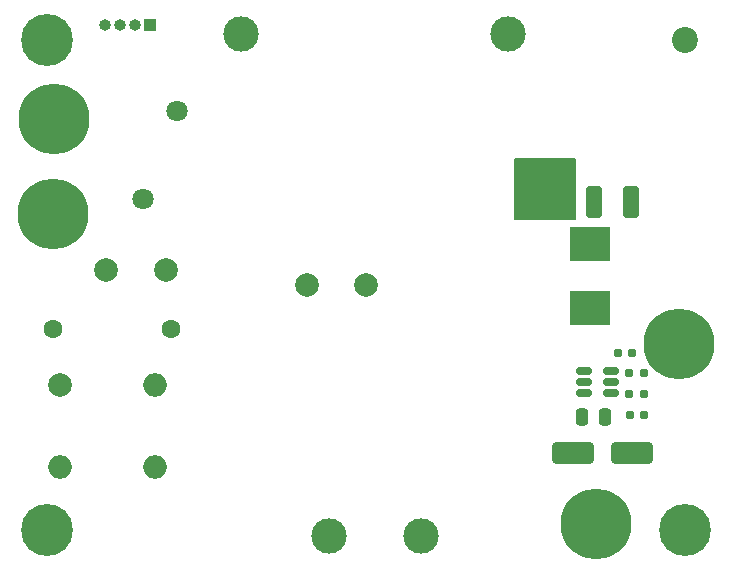
<source format=gbr>
%TF.GenerationSoftware,KiCad,Pcbnew,7.0.6*%
%TF.CreationDate,2023-10-13T10:01:51+08:00*%
%TF.ProjectId,86_BOX_PANEL,38365f42-4f58-45f5-9041-4e454c2e6b69,rev?*%
%TF.SameCoordinates,Original*%
%TF.FileFunction,Soldermask,Top*%
%TF.FilePolarity,Negative*%
%FSLAX46Y46*%
G04 Gerber Fmt 4.6, Leading zero omitted, Abs format (unit mm)*
G04 Created by KiCad (PCBNEW 7.0.6) date 2023-10-13 10:01:51*
%MOMM*%
%LPD*%
G01*
G04 APERTURE LIST*
G04 Aperture macros list*
%AMRoundRect*
0 Rectangle with rounded corners*
0 $1 Rounding radius*
0 $2 $3 $4 $5 $6 $7 $8 $9 X,Y pos of 4 corners*
0 Add a 4 corners polygon primitive as box body*
4,1,4,$2,$3,$4,$5,$6,$7,$8,$9,$2,$3,0*
0 Add four circle primitives for the rounded corners*
1,1,$1+$1,$2,$3*
1,1,$1+$1,$4,$5*
1,1,$1+$1,$6,$7*
1,1,$1+$1,$8,$9*
0 Add four rect primitives between the rounded corners*
20,1,$1+$1,$2,$3,$4,$5,0*
20,1,$1+$1,$4,$5,$6,$7,0*
20,1,$1+$1,$6,$7,$8,$9,0*
20,1,$1+$1,$8,$9,$2,$3,0*%
G04 Aperture macros list end*
%ADD10RoundRect,0.155000X-0.212500X-0.155000X0.212500X-0.155000X0.212500X0.155000X-0.212500X0.155000X0*%
%ADD11C,1.600000*%
%ADD12RoundRect,0.160000X-0.197500X-0.160000X0.197500X-0.160000X0.197500X0.160000X-0.197500X0.160000X0*%
%ADD13C,6.000000*%
%ADD14RoundRect,0.250000X-1.500000X-0.650000X1.500000X-0.650000X1.500000X0.650000X-1.500000X0.650000X0*%
%ADD15C,0.700000*%
%ADD16C,4.400000*%
%ADD17RoundRect,0.250000X-0.412500X-1.100000X0.412500X-1.100000X0.412500X1.100000X-0.412500X1.100000X0*%
%ADD18RoundRect,0.155000X0.212500X0.155000X-0.212500X0.155000X-0.212500X-0.155000X0.212500X-0.155000X0*%
%ADD19R,3.500000X2.950000*%
%ADD20RoundRect,0.160000X0.197500X0.160000X-0.197500X0.160000X-0.197500X-0.160000X0.197500X-0.160000X0*%
%ADD21RoundRect,0.250000X-0.250000X-0.475000X0.250000X-0.475000X0.250000X0.475000X-0.250000X0.475000X0*%
%ADD22C,2.000000*%
%ADD23O,2.000000X2.000000*%
%ADD24C,1.800000*%
%ADD25C,2.200000*%
%ADD26RoundRect,0.150000X-0.512500X-0.150000X0.512500X-0.150000X0.512500X0.150000X-0.512500X0.150000X0*%
%ADD27C,3.000000*%
%ADD28R,1.000000X1.000000*%
%ADD29O,1.000000X1.000000*%
G04 APERTURE END LIST*
D10*
%TO.C,Cbst1*%
X151356500Y-90620000D03*
X152491500Y-90620000D03*
%TD*%
D11*
%TO.C,C5*%
X113510000Y-88630000D03*
X103510000Y-88630000D03*
%TD*%
D12*
%TO.C,RfBT1*%
X152315000Y-92380000D03*
X153510000Y-92380000D03*
%TD*%
D13*
%TO.C,J6*%
X156510000Y-89880000D03*
%TD*%
D14*
%TO.C,D1*%
X147510000Y-99130000D03*
X152510000Y-99130000D03*
%TD*%
D15*
%TO.C,H4*%
X101360000Y-64130000D03*
X101843274Y-62963274D03*
X101843274Y-65296726D03*
X103010000Y-62480000D03*
D16*
X103010000Y-64130000D03*
D15*
X103010000Y-65780000D03*
X104176726Y-62963274D03*
X104176726Y-65296726D03*
X104660000Y-64130000D03*
%TD*%
D17*
%TO.C,Cout1*%
X149297500Y-77880000D03*
X152422500Y-77880000D03*
%TD*%
D18*
%TO.C,Cff1*%
X153527500Y-95880000D03*
X152392500Y-95880000D03*
%TD*%
D15*
%TO.C,H1*%
X101360000Y-105630000D03*
X101843274Y-104463274D03*
X101843274Y-106796726D03*
X103010000Y-103980000D03*
D16*
X103010000Y-105630000D03*
D15*
X103010000Y-107280000D03*
X104176726Y-104463274D03*
X104176726Y-106796726D03*
X104660000Y-105630000D03*
%TD*%
D19*
%TO.C,L1*%
X149010000Y-86880000D03*
X149010000Y-81430000D03*
%TD*%
D13*
%TO.C,J3*%
X103564000Y-70880000D03*
%TD*%
%TO.C,J2*%
X103500000Y-78880000D03*
%TD*%
D20*
%TO.C,Rfbb1*%
X153510000Y-94130000D03*
X152315000Y-94130000D03*
%TD*%
D21*
%TO.C,C6*%
X148330000Y-96090000D03*
X150230000Y-96090000D03*
%TD*%
D22*
%TO.C,FL1*%
X104144000Y-93330000D03*
D23*
X104144000Y-100330000D03*
X112144000Y-100330000D03*
X112144000Y-93330000D03*
%TD*%
D15*
%TO.C,H2*%
X155360000Y-105630000D03*
X155843274Y-104463274D03*
X155843274Y-106796726D03*
X157010000Y-103980000D03*
D16*
X157010000Y-105630000D03*
D15*
X157010000Y-107280000D03*
X158176726Y-104463274D03*
X158176726Y-106796726D03*
X158660000Y-105630000D03*
%TD*%
D24*
%TO.C,RV1*%
X111100000Y-77637500D03*
X114000000Y-70137500D03*
%TD*%
D25*
%TO.C,H3*%
X157010000Y-64130000D03*
%TD*%
D13*
%TO.C,J5*%
X149510000Y-105130000D03*
%TD*%
D22*
%TO.C,F1*%
X107970000Y-83630000D03*
X113050000Y-83640000D03*
%TD*%
D26*
%TO.C,U4*%
X148510000Y-92180000D03*
X148510000Y-93130000D03*
X148510000Y-94080000D03*
X150785000Y-94080000D03*
X150785000Y-93130000D03*
X150785000Y-92180000D03*
%TD*%
D27*
%TO.C,U1*%
X126860000Y-106130000D03*
X134660000Y-106130000D03*
X142060000Y-63630000D03*
X119460000Y-63630000D03*
%TD*%
D22*
%TO.C,J1*%
X125010000Y-84880000D03*
%TD*%
%TO.C,J4*%
X130010000Y-84880000D03*
%TD*%
D28*
%TO.C,J7*%
X111760000Y-62880000D03*
D29*
X110490000Y-62880000D03*
X109220000Y-62880000D03*
X107950000Y-62880000D03*
%TD*%
G36*
X147737039Y-74159685D02*
G01*
X147782794Y-74212489D01*
X147794000Y-74264000D01*
X147794000Y-79266000D01*
X147774315Y-79333039D01*
X147721511Y-79378794D01*
X147670000Y-79390000D01*
X142668000Y-79390000D01*
X142600961Y-79370315D01*
X142555206Y-79317511D01*
X142544000Y-79266000D01*
X142544000Y-74264000D01*
X142563685Y-74196961D01*
X142616489Y-74151206D01*
X142668000Y-74140000D01*
X147670000Y-74140000D01*
X147737039Y-74159685D01*
G37*
M02*

</source>
